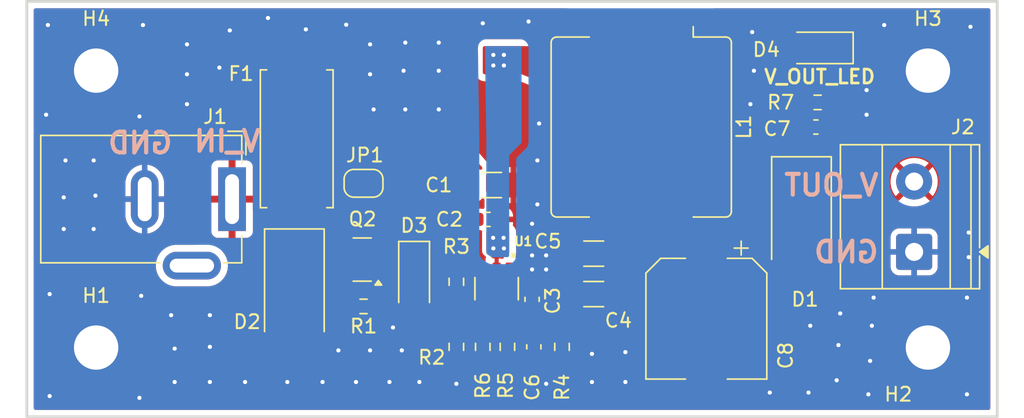
<source format=kicad_pcb>
(kicad_pcb (version 20241229) (generator "pcbnew") (generator_version "9.0")
  (layers (0 "F.Cu" signal) (2 "B.Cu" signal) (13 "F.Paste" user) (15 "B.Paste" user) (5 "F.SilkS" user "F.Silkscreen") (7 "B.SilkS" user "B.Silkscreen") (1 "F.Mask" user) (3 "B.Mask" user) (25 "Edge.Cuts" user))
  (net 0 "")
  (net 1 "GND")
  (net 2 "VDD")
  (net 3 "Net-(U1-SW)")
  (net 4 "Net-(U1-BOOT)")
  (net 5 "+8.5V")
  (net 6 "/FB_")
  (net 7 "Net-(C6-Pad1)")
  (net 8 "Net-(D2-A1)")
  (net 9 "Net-(D3-A)")
  (net 10 "Net-(D4-A)")
  (net 12 "Net-(U1-EN)")
  (net 13 "Net-(F1-Pad1)")
  (footprint "Connector_BarrelJack:BarrelJack_GCT_DCJ200-10-A_Horizontal" (layer "F.Cu") (at 109.805 89.281 -90)
    (property "Reference" "J1" (at -5.954 1.22 0) (layer "F.SilkS"))
    (property "Value" "Barrel_Jack_Switch")
    (fp_line (start -4.6 13.8) (end -4.6 -0.7) (stroke (width 0.12)) (layer "F.SilkS"))
    (fp_line (start 4.6 13.8) (end -4.6 13.8) (stroke (width 0.12)) (layer "F.SilkS"))
    (fp_line (start 4.6 5.2) (end 4.6 13.8) (stroke (width 0.12)) (layer "F.SilkS"))
    (fp_line (start -4.6 -0.7) (end -2.6 -0.7) (stroke (width 0.12)) (layer "F.SilkS"))
    (fp_line (start 2.6 -0.7) (end 4.6 -0.7) (stroke (width 0.12)) (layer "F.SilkS"))
    (fp_line (start 4.6 -0.7) (end 4.6 0.6) (stroke (width 0.12)) (layer "F.SilkS"))
    (fp_line (start -4.9 -1) (end -4.9 0.3) (stroke (width 0.12)) (layer "F.SilkS"))
    (fp_line (start -3.2 -1) (end -4.9 -1) (stroke (width 0.12)) (layer "F.SilkS"))
    (pad "1" thru_hole rect (at 0 0 270) (size 4.6 2) (drill oval 3.6 1) (layers "*.Cu" "*.Mask") (net 13 "Net-(F1-Pad1)"))
    (pad "2" thru_hole oval (at 0 6.3 270) (size 4.2 2) (drill oval 3.2 1) (layers "*.Cu" "*.Mask") (net 1 "GND"))
    (pad "3" thru_hole oval (at 4.8 2.9 270) (size 2 4.2) (drill oval 1 3.2) (layers "*.Cu" "*.Mask"))
  )
  (footprint "Resistor_SMD:R_0603_1608Metric_Pad0.98x0.95mm_HandSolder" (layer "F.Cu") (at 129.667 99.949 90)
    (property "Reference" "R5" (at -2.794 -0.127 90) (layer "F.SilkS"))
    (property "Value" "100k")
    (fp_line (start -0.254724 -0.5225) (end 0.254724 -0.5225) (stroke (width 0.12)) (layer "F.SilkS"))
    (fp_line (start -0.254724 0.5225) (end 0.254724 0.5225) (stroke (width 0.12)) (layer "F.SilkS"))
    (pad "1" smd roundrect (at -0.9125 0 90) (size 0.975 0.95) (layers "F.Cu" "F.Mask" "F.Paste") (net 7 "Net-(C6-Pad1)"))
    (pad "2" smd roundrect (at 0.9125 0 90) (size 0.975 0.95) (layers "F.Cu" "F.Mask" "F.Paste") (net 6 "/FB_"))
  )
  (footprint "Resistor_SMD:R_0603_1608Metric_Pad0.98x0.95mm_HandSolder" (layer "F.Cu") (at 152.0425 82.296)
    (property "Reference" "R7" (at -2.667 0 0) (layer "F.SilkS"))
    (property "Value" "670")
    (fp_line (start -0.254724 -0.5225) (end 0.254724 -0.5225) (stroke (width 0.12)) (layer "F.SilkS"))
    (fp_line (start -0.254724 0.5225) (end 0.254724 0.5225) (stroke (width 0.12)) (layer "F.SilkS"))
    (pad "1" smd roundrect (at -0.9125 0) (size 0.975 0.95) (layers "F.Cu" "F.Mask" "F.Paste") (net 5 "+8.5V"))
    (pad "2" smd roundrect (at 0.9125 0) (size 0.975 0.95) (layers "F.Cu" "F.Mask" "F.Paste") (net 10 "Net-(D4-A)"))
  )
  (footprint "Capacitor_SMD:CP_Elec_8x10.5" (layer "F.Cu") (at 144.018 97.917 -90)
    (property "Reference" "C8" (at 2.667 -5.715 90) (layer "F.SilkS"))
    (property "Value" "100uF")
    (fp_line (start -3.295563 4.36) (end 4.36 4.36) (stroke (width 0.12)) (layer "F.SilkS"))
    (fp_line (start 4.36 4.36) (end 4.36 1.51) (stroke (width 0.12)) (layer "F.SilkS"))
    (fp_line (start -4.36 3.295563) (end -3.295563 4.36) (stroke (width 0.12)) (layer "F.SilkS"))
    (fp_line (start -4.36 3.295563) (end -4.36 1.51) (stroke (width 0.12)) (layer "F.SilkS"))
    (fp_line (start -5.6 -2.51) (end -4.6 -2.51) (stroke (width 0.12)) (layer "F.SilkS"))
    (fp_line (start -5.1 -3.01) (end -5.1 -2.01) (stroke (width 0.12)) (layer "F.SilkS"))
    (fp_line (start -4.36 -3.295563) (end -4.36 -1.51) (stroke (width 0.12)) (layer "F.SilkS"))
    (fp_line (start -4.36 -3.295563) (end -3.295563 -4.36) (stroke (width 0.12)) (layer "F.SilkS"))
    (fp_line (start -3.295563 -4.36) (end 4.36 -4.36) (stroke (width 0.12)) (layer "F.SilkS"))
    (fp_line (start 4.36 -4.36) (end 4.36 -1.51) (stroke (width 0.12)) (layer "F.SilkS"))
    (pad "1" smd roundrect (at -3.7 0 270) (size 4.4 2.5) (layers "F.Cu" "F.Mask" "F.Paste") (roundrect_rratio 0.1) (net 5 "+8.5V"))
    (pad "2" smd roundrect (at 3.7 0 270) (size 4.4 2.5) (layers "F.Cu" "F.Mask" "F.Paste") (roundrect_rratio 0.1) (net 1 "GND"))
  )
  (footprint "Resistor_SMD:R_0603_1608Metric_Pad0.98x0.95mm_HandSolder" (layer "F.Cu") (at 125.984 99.949 -90)
    (property "Reference" "R2" (at 0.762 1.778 0) (layer "F.SilkS"))
    (property "Value" "105k")
    (fp_line (start -0.254724 0.5225) (end 0.254724 0.5225) (stroke (width 0.12)) (layer "F.SilkS"))
    (fp_line (start -0.254724 -0.5225) (end 0.254724 -0.5225) (stroke (width 0.12)) (layer "F.SilkS"))
    (pad "1" smd roundrect (at -0.9125 0 270) (size 0.975 0.95) (layers "F.Cu" "F.Mask" "F.Paste") (net 12 "Net-(U1-EN)"))
    (pad "2" smd roundrect (at 0.9125 0 270) (size 0.975 0.95) (layers "F.Cu" "F.Mask" "F.Paste") (net 1 "GND"))
  )
  (footprint "Resistor_SMD:R_0603_1608Metric_Pad0.98x0.95mm_HandSolder" (layer "F.Cu") (at 127.889 99.949 -90)
    (property "Reference" "R6" (at 2.794 0 90) (layer "F.SilkS"))
    (property "Value" "7.5k")
    (fp_line (start -0.254724 0.5225) (end 0.254724 0.5225) (stroke (width 0.12)) (layer "F.SilkS"))
    (fp_line (start -0.254724 -0.5225) (end 0.254724 -0.5225) (stroke (width 0.12)) (layer "F.SilkS"))
    (pad "1" smd roundrect (at -0.9125 0 270) (size 0.975 0.95) (layers "F.Cu" "F.Mask" "F.Paste") (net 6 "/FB_"))
    (pad "2" smd roundrect (at 0.9125 0 270) (size 0.975 0.95) (layers "F.Cu" "F.Mask" "F.Paste") (net 1 "GND"))
  )
  (footprint "Resistor_SMD:R_0603_1608Metric_Pad0.98x0.95mm_HandSolder" (layer "F.Cu") (at 125.984 95.25 -90)
    (property "Reference" "R3" (at -2.54 0 0) (layer "F.SilkS"))
    (property "Value" "470k")
    (fp_line (start -0.254724 0.5225) (end 0.254724 0.5225) (stroke (width 0.12)) (layer "F.SilkS"))
    (fp_line (start -0.254724 -0.5225) (end 0.254724 -0.5225) (stroke (width 0.12)) (layer "F.SilkS"))
    (pad "1" smd roundrect (at -0.9125 0 270) (size 0.975 0.95) (layers "F.Cu" "F.Mask" "F.Paste") (net 2 "VDD"))
    (pad "2" smd roundrect (at 0.9125 0 270) (size 0.975 0.95) (layers "F.Cu" "F.Mask" "F.Paste") (net 12 "Net-(U1-EN)"))
  )
  (footprint "MountingHole:MountingHole_3.2mm_M3_DIN965_Pad_TopBottom" (layer "F.Cu") (at 100 80)
    (property "Reference" "H4" (at 0 -3.75 0) (layer "F.SilkS"))
    (property "Value" "MountingHole_Pad")
    (pad "1" thru_hole circle (at 0 0) (size 3.6 3.6) (drill 3.2) (layers "*.Cu" "*.Mask") (net 1 "GND"))
    (pad "1" connect circle (at 0 0) (size 5.6 5.6) (layers "F.Cu" "F.Mask") (net 1 "GND"))
    (pad "1" connect circle (at 0 0) (size 5.6 5.6) (layers "B.Cu" "B.Mask") (net 1 "GND"))
  )
  (footprint "Inductor_SMD:L_Bourns_SRR1208_12.7x12.7mm" (layer "F.Cu") (at 139.319 84.074 -90)
    (property "Reference" "L1" (at 0 -7.4 90) (layer "F.SilkS"))
    (property "Value" "15uH")
    (fp_line (start 6.1 6.5) (end -6.1 6.5) (stroke (width 0.12)) (layer "F.SilkS"))
    (fp_line (start -6.5 3.75) (end -6.5 6.1) (stroke (width 0.12)) (layer "F.SilkS"))
    (fp_line (start 6.5 3.75) (end 6.5 6.1) (stroke (width 0.12)) (layer "F.SilkS"))
    (fp_line (start -6.5 -3.75) (end -7.25 -3.75) (stroke (width 0.12)) (layer "F.SilkS"))
    (fp_line (start -6.5 -6.1) (end -6.5 -3.75) (stroke (width 0.12)) (layer "F.SilkS"))
    (fp_line (start 6.5 -6.1) (end 6.5 -3.75) (stroke (width 0.12)) (layer "F.SilkS"))
    (fp_line (start -6.1 -6.5) (end 6.1 -6.5) (stroke (width 0.12)) (layer "F.SilkS"))
    (fp_arc (start -6.1 6.5) (mid -6.382843 6.382843) (end -6.5 6.1) (stroke (width 0.12)) (layer "F.SilkS"))
    (fp_arc (start 6.5 6.1) (mid 6.382843 6.382843) (end 6.1 6.5) (stroke (width 0.12)) (layer "F.SilkS"))
    (fp_arc (start -6.5 -6.1) (mid -6.382843 -6.382843) (end -6.1 -6.5) (stroke (width 0.12)) (layer "F.SilkS"))
    (fp_arc (start 6.1 -6.5) (mid 6.382843 -6.382843) (end 6.5 -6.1) (stroke (width 0.12)) (layer "F.SilkS"))
    (pad "1" smd rect (at -5 0 270) (size 4 7) (layers "F.Cu" "F.Mask" "F.Paste") (net 3 "Net-(U1-SW)"))
    (pad "2" smd rect (at 5 0 270) (size 4 7) (layers "F.Cu" "F.Mask" "F.Paste") (net 5 "+8.5V"))
  )
  (footprint "Capacitor_SMD:C_1206_3216Metric_Pad1.33x1.80mm_HandSolder" (layer "F.Cu") (at 135.89 96.139 180)
    (property "Reference" "C4" (at -1.778 -1.905 0) (layer "F.SilkS"))
    (property "Value" "22uF")
    (fp_line (start -0.711252 0.91) (end 0.711252 0.91) (stroke (width 0.12)) (layer "F.SilkS"))
    (fp_line (start -0.711252 -0.91) (end 0.711252 -0.91) (stroke (width 0.12)) (layer "F.SilkS"))
    (pad "1" smd roundrect (at -1.5625 0 180) (size 1.325 1.8) (layers "F.Cu" "F.Mask" "F.Paste") (roundrect_rratio 0.188679) (net 5 "+8.5V"))
    (pad "2" smd roundrect (at 1.5625 0 180) (size 1.325 1.8) (layers "F.Cu" "F.Mask" "F.Paste") (roundrect_rratio 0.188679) (net 1 "GND"))
  )
  (footprint "Diode_SMD:D_SMB_Handsoldering" (layer "F.Cu") (at 150.876 90.932 -90)
    (property "Reference" "D1" (at 5.588 -0.254 0) (layer "F.SilkS"))
    (property "Value" "SM6T10CA")
    (fp_line (start -4.71 2.15) (end 2.7 2.15) (stroke (width 0.12)) (layer "F.SilkS"))
    (fp_line (start -4.71 -2.15) (end -4.71 2.15) (stroke (width 0.12)) (layer "F.SilkS"))
    (fp_line (start -4.71 -2.15) (end 2.7 -2.15) (stroke (width 0.12)) (layer "F.SilkS"))
    (pad "1" smd roundrect (at -2.7 0 270) (size 3.5 2.3) (layers "F.Cu" "F.Mask" "F.Paste") (roundrect_rratio 0.1086956522) (net 5 "+8.5V"))
    (pad "2" smd roundrect (at 2.7 0 270) (size 3.5 2.3) (layers "F.Cu" "F.Mask" "F.Paste") (roundrect_rratio 0.1086956522) (net 1 "GND"))
  )
  (footprint "Capacitor_SMD:C_0603_1608Metric_Pad1.08x0.95mm_HandSolder" (layer "F.Cu") (at 128.27 90.744)
    (property "Reference" "C2" (at -2.794 0 0) (layer "F.SilkS"))
    (property "Value" "0.1uF")
    (fp_line (start -0.146267 -0.51) (end 0.146267 -0.51) (stroke (width 0.12)) (layer "F.SilkS"))
    (fp_line (start -0.146267 0.51) (end 0.146267 0.51) (stroke (width 0.12)) (layer "F.SilkS"))
    (pad "1" smd roundrect (at -0.8625 0) (size 1.075 0.95) (layers "F.Cu" "F.Mask" "F.Paste") (net 2 "VDD"))
    (pad "2" smd roundrect (at 0.8625 0) (size 1.075 0.95) (layers "F.Cu" "F.Mask" "F.Paste") (net 1 "GND"))
  )
  (footprint "Capacitor_SMD:C_0603_1608Metric_Pad1.08x0.95mm_HandSolder" (layer "F.Cu") (at 131.572 99.949 90)
    (property "Reference" "C6" (at -2.921 -0.127 90) (layer "F.SilkS"))
    (property "Value" "75pF")
    (fp_line (start -0.146267 -0.51) (end 0.146267 -0.51) (stroke (width 0.12)) (layer "F.SilkS"))
    (fp_line (start -0.146267 0.51) (end 0.146267 0.51) (stroke (width 0.12)) (layer "F.SilkS"))
    (pad "1" smd roundrect (at -0.8625 0 90) (size 1.075 0.95) (layers "F.Cu" "F.Mask" "F.Paste") (net 7 "Net-(C6-Pad1)"))
    (pad "2" smd roundrect (at 0.8625 0 90) (size 1.075 0.95) (layers "F.Cu" "F.Mask" "F.Paste") (net 6 "/FB_"))
  )
  (footprint "Diode_SMD:D_SMB_Handsoldering" (layer "F.Cu") (at 114.3 96.146 -90)
    (property "Reference" "D2" (at 1.994484 3.410141 180) (layer "F.SilkS"))
    (property "Value" "1.5SMB20CA-LF")
    (fp_line (start -4.71 2.15) (end 2.7 2.15) (stroke (width 0.12)) (layer "F.SilkS"))
    (fp_line (start -4.71 -2.15) (end -4.71 2.15) (stroke (width 0.12)) (layer "F.SilkS"))
    (fp_line (start -4.71 -2.15) (end 2.7 -2.15) (stroke (width 0.12)) (layer "F.SilkS"))
    (pad "1" smd roundrect (at -2.7 0 270) (size 3.5 2.3) (layers "F.Cu" "F.Mask" "F.Paste") (roundrect_rratio 0.1086956522) (net 8 "Net-(D2-A1)"))
    (pad "2" smd roundrect (at 2.7 0 270) (size 3.5 2.3) (layers "F.Cu" "F.Mask" "F.Paste") (roundrect_rratio 0.1086956522) (net 1 "GND"))
  )
  (footprint "Diode_SMD:D_MiniMELF" (layer "F.Cu") (at 122.936 94.996 -90)
    (property "Reference" "D3" (at -3.81 0 180) (layer "F.SilkS"))
    (property "Value" "ZMM3.3-DIO")
    (fp_line (start -2.66 1.11) (end 1.75 1.11) (stroke (width 0.12)) (layer "F.SilkS"))
    (fp_line (start -2.66 -1.11) (end -2.66 1.11) (stroke (width 0.12)) (layer "F.SilkS"))
    (fp_line (start 1.75 -1.11) (end -2.66 -1.11) (stroke (width 0.12)) (layer "F.SilkS"))
    (pad "1" smd roundrect (at -1.75 0 270) (size 1.3 1.7) (layers "F.Cu" "F.Mask" "F.Paste") (roundrect_rratio 0.1923076923) (net 2 "VDD"))
    (pad "2" smd roundrect (at 1.75 0 270) (size 1.3 1.7) (layers "F.Cu" "F.Mask" "F.Paste") (roundrect_rratio 0.1923076923) (net 9 "Net-(D3-A)"))
  )
  (footprint "MountingHole:MountingHole_3.2mm_M3_DIN965_Pad_TopBottom" (layer "F.Cu") (at 100 100)
    (property "Reference" "H1" (at 0 -3.75 0) (layer "F.SilkS"))
    (property "Value" "MountingHole_Pad")
    (pad "1" thru_hole circle (at 0 0) (size 3.6 3.6) (drill 3.2) (layers "*.Cu" "*.Mask") (net 1 "GND"))
    (pad "1" connect circle (at 0 0) (size 5.6 5.6) (layers "F.Cu" "F.Mask") (net 1 "GND"))
    (pad "1" connect circle (at 0 0) (size 5.6 5.6) (layers "B.Cu" "B.Mask") (net 1 "GND"))
  )
  (footprint "LED_SMD:LED_1206_3216Metric_Pad1.42x1.75mm_HandSolder" (layer "F.Cu") (at 152.146 78.359 180)
    (property "Reference" "D4" (at 3.81 -0.127 0) (layer "F.SilkS"))
    (property "Value" "LED")
    (fp_line (start 1.6 -1.135) (end -2.46 -1.135) (stroke (width 0.12)) (layer "F.SilkS"))
    (fp_line (start -2.46 1.135) (end 1.6 1.135) (stroke (width 0.12)) (layer "F.SilkS"))
    (fp_line (start -2.46 -1.135) (end -2.46 1.135) (stroke (width 0.12)) (layer "F.SilkS"))
    (pad "1" smd roundrect (at -1.4875 0 180) (size 1.425 1.75) (layers "F.Cu" "F.Mask" "F.Paste") (roundrect_rratio 0.175439) (net 1 "GND"))
    (pad "2" smd roundrect (at 1.4875 0 180) (size 1.425 1.75) (layers "F.Cu" "F.Mask" "F.Paste") (roundrect_rratio 0.175439) (net 10 "Net-(D4-A)"))
  )
  (footprint "BW-footprints-library:SOT95P280X110-6N" (layer "F.Cu") (at 128.888 95.744 -90)
    (property "Reference" "U1" (at -3.415 -1.922 0) (layer "F.SilkS") (effects (font (size 0.64 0.64))))
    (property "Value" "TPS54202DDCR")
    (fp_line (start -0.8 1.565) (end 0.8 1.565) (stroke (width 0.127)) (layer "F.SilkS"))
    (fp_line (start -0.8 -1.565) (end 0.8 -1.565) (stroke (width 0.127)) (layer "F.SilkS"))
    (fp_circle (center -2.4 -1.2) (end -2.3 -1.2) (stroke (width 0.2)) (fill no) (layer "F.SilkS"))
    (pad "1" smd roundrect (at -1.155 -0.95 270) (size 1.45 0.59) (layers "F.Cu" "F.Mask" "F.Paste") (roundrect_rratio 0.125) (net 1 "GND"))
    (pad "2" smd roundrect (at -1.155 0 270) (size 1.45 0.59) (layers "F.Cu" "F.Mask" "F.Paste") (roundrect_rratio 0.125) (net 3 "Net-(U1-SW)"))
    (pad "3" smd roundrect (at -1.155 0.95 270) (size 1.45 0.59) (layers "F.Cu" "F.Mask" "F.Paste") (roundrect_rratio 0.125) (net 2 "VDD"))
    (pad "4" smd roundrect (at 1.155 0.95 270) (size 1.45 0.59) (layers "F.Cu" "F.Mask" "F.Paste") (roundrect_rratio 0.125) (net 6 "/FB_"))
    (pad "5" smd roundrect (at 1.155 0 270) (size 1.45 0.59) (layers "F.Cu" "F.Mask" "F.Paste") (roundrect_rratio 0.125) (net 12 "Net-(U1-EN)"))
    (pad "6" smd roundrect (at 1.155 -0.95 270) (size 1.45 0.59) (layers "F.Cu" "F.Mask" "F.Paste") (roundrect_rratio 0.125) (net 4 "Net-(U1-BOOT)"))
  )
  (footprint "MountingHole:MountingHole_3.2mm_M3_DIN965_Pad_TopBottom" (layer "F.Cu") (at 160 80)
    (property "Reference" "H3" (at 0 -3.75 0) (layer "F.SilkS"))
    (property "Value" "MountingHole_Pad")
    (pad "1" thru_hole circle (at 0 0) (size 3.6 3.6) (drill 3.2) (layers "*.Cu" "*.Mask") (net 1 "GND"))
    (pad "1" connect circle (at 0 0) (size 5.6 5.6) (layers "F.Cu" "F.Mask") (net 1 "GND"))
    (pad "1" connect circle (at 0 0) (size 5.6 5.6) (layers "B.Cu" "B.Mask") (net 1 "GND"))
  )
  (footprint "Fuse:Fuseholder_Littelfuse_Nano2_154x" (layer "F.Cu") (at 114.469097 84.922668 -90)
    (property "Reference" "F1" (at -4.696914 4.01579 0) (layer "F.SilkS"))
    (property "Value" "Fuse")
    (fp_line (start -4.975 2.625) (end 4.975 2.625) (stroke (width 0.12)) (layer "F.SilkS"))
    (fp_line (start 4.975 2.625) (end 4.975 2.165) (stroke (width 0.12)) (layer "F.SilkS"))
    (fp_line (start -4.975 2.165) (end -4.975 2.625) (stroke (width 0.12)) (layer "F.SilkS"))
    (fp_line (start -4.975 -2.625) (end -4.975 -2.165) (stroke (width 0.12)) (layer "F.SilkS"))
    (fp_line (start -4.975 -2.625) (end 4.975 -2.625) (stroke (width 0.12)) (layer "F.SilkS"))
    (fp_line (start 4.975 -2.625) (end 4.975 -2.165) (stroke (width 0.12)) (layer "F.SilkS"))
    (pad "1" smd rect (at -3.185 0 270) (size 4.24 3.81) (layers "F.Cu" "F.Mask" "F.Paste") (net 13 "Net-(F1-Pad1)"))
    (pad "2" smd rect (at 3.185 0 270) (size 4.24 3.81) (layers "F.Cu" "F.Mask" "F.Paste") (net 8 "Net-(D2-A1)"))
  )
  (footprint "MountingHole:MountingHole_3.2mm_M3_DIN965_Pad_TopBottom" (layer "F.Cu") (at 160 100)
    (property "Reference" "H2" (at -2.139 3.378 0) (layer "F.SilkS"))
    (property "Value" "MountingHole_Pad")
    (pad "1" thru_hole circle (at 0 0) (size 3.6 3.6) (drill 3.2) (layers "*.Cu" "*.Mask") (net 1 "GND"))
    (pad "1" connect circle (at 0 0) (size 5.6 5.6) (layers "F.Cu" "F.Mask") (net 1 "GND"))
    (pad "1" connect circle (at 0 0) (size 5.6 5.6) (layers "B.Cu" "B.Mask") (net 1 "GND"))
  )
  (footprint "Jumper:SolderJumper-2_P1.3mm_Open_RoundedPad1.0x1.5mm" (layer "F.Cu") (at 119.28856 88.138)
    (property "Reference" "JP1" (at 0.09144 -2.032 0) (layer "F.SilkS"))
    (property "Value" "SolderJumper_2_Open")
    (fp_line (start -1.4 0.3) (end -1.4 -0.3) (stroke (width 0.12)) (layer "F.SilkS"))
    (fp_line (start -0.7 -1) (end 0.7 -1) (stroke (width 0.12)) (layer "F.SilkS"))
    (fp_line (start 0.7 1) (end -0.7 1) (stroke (width 0.12)) (layer "F.SilkS"))
    (fp_line (start 1.4 -0.3) (end 1.4 0.3) (stroke (width 0.12)) (layer "F.SilkS"))
    (fp_arc (start -1.4 -0.3) (mid -1.194975 -0.794975) (end -0.7 -1) (stroke (width 0.12)) (layer "F.SilkS"))
    (fp_arc (start -0.7 1) (mid -1.194975 0.794975) (end -1.4 0.3) (stroke (width 0.12)) (layer "F.SilkS"))
    (fp_arc (start 0.7 -1) (mid 1.194975 -0.794975) (end 1.4 -0.3) (stroke (width 0.12)) (layer "F.SilkS"))
    (fp_arc (start 1.4 0.3) (mid 1.194975 0.794975) (end 0.7 1) (stroke (width 0.12)) (layer "F.SilkS"))
    (pad "1" smd custom (at -0.65 0) (size 1 0.5) (layers "F.Cu" "F.Mask") (net 8 "Net-(D2-A1)") (options (clearance outline) (anchor rect)) (primitives (gr_circle (center 0 0.25) (end 0.5 0.25) (width 0) (fill yes)) (gr_circle (center 0 -0.25) (end 0.5 -0.25) (width 0) (fill yes)) (gr_poly (pts (xy 0.5 0.75) (xy 0 0.75) (xy 0 -0.75) (xy 0.5 -0.75)) (width 0) (fill yes))))
    (pad "2" smd custom (at 0.65 0) (size 1 0.5) (layers "F.Cu" "F.Mask") (net 2 "VDD") (options (clearance outline) (anchor rect)) (primitives (gr_circle (center 0 0.25) (end 0.5 0.25) (width 0) (fill yes)) (gr_circle (center 0 -0.25) (end 0.5 -0.25) (width 0) (fill yes)) (gr_poly (pts (xy 0 0.75) (xy -0.5 0.75) (xy -0.5 -0.75) (xy 0 -0.75)) (width 0) (fill yes))))
  )
  (footprint "Resistor_SMD:R_0603_1608Metric_Pad0.98x0.95mm_HandSolder" (layer "F.Cu") (at 119.28856 97.028 180)
    (property "Reference" "R1" (at 0 -1.43 0) (layer "F.SilkS"))
    (property "Value" "100k")
    (fp_line (start -0.254724 0.5225) (end 0.254724 0.5225) (stroke (width 0.12)) (layer "F.SilkS"))
    (fp_line (start -0.254724 -0.5225) (end 0.254724 -0.5225) (stroke (width 0.12)) (layer "F.SilkS"))
    (pad "1" smd roundrect (at -0.9125 0 180) (size 0.975 0.95) (layers "F.Cu" "F.Mask" "F.Paste") (net 9 "Net-(D3-A)"))
    (pad "2" smd roundrect (at 0.9125 0 180) (size 0.975 0.95) (layers "F.Cu" "F.Mask" "F.Paste") (net 1 "GND"))
  )
  (footprint "Capacitor_SMD:C_0603_1608Metric_Pad1.08x0.95mm_HandSolder" (layer "F.Cu") (at 131.445 96.52 90)
    (property "Reference" "C3" (at -0.10475 1.484641 90) (layer "F.SilkS"))
    (property "Value" "0.1uF")
    (fp_line (start -0.146267 -0.51) (end 0.146267 -0.51) (stroke (width 0.12)) (layer "F.SilkS"))
    (fp_line (start -0.146267 0.51) (end 0.146267 0.51) (stroke (width 0.12)) (layer "F.SilkS"))
    (pad "1" smd roundrect (at -0.8625 0 90) (size 1.075 0.95) (layers "F.Cu" "F.Mask" "F.Paste") (net 4 "Net-(U1-BOOT)"))
    (pad "2" smd roundrect (at 0.8625 0 90) (size 1.075 0.95) (layers "F.Cu" "F.Mask" "F.Paste") (net 3 "Net-(U1-SW)"))
  )
  (footprint "Capacitor_SMD:C_1206_3216Metric_Pad1.33x1.80mm_HandSolder" (layer "F.Cu") (at 135.89 93.218 180)
    (property "Reference" "C5" (at 3.302 0.889 0) (layer "F.SilkS"))
    (property "Value" "22uF")
    (fp_line (start -0.711252 0.91) (end 0.711252 0.91) (stroke (width 0.12)) (layer "F.SilkS"))
    (fp_line (start -0.711252 -0.91) (end 0.711252 -0.91) (stroke (width 0.12)) (layer "F.SilkS"))
    (pad "1" smd roundrect (at -1.5625 0 180) (size 1.325 1.8) (layers "F.Cu" "F.Mask" "F.Paste") (roundrect_rratio 0.188679) (net 5 "+8.5V"))
    (pad "2" smd roundrect (at 1.5625 0 180) (size 1.325 1.8) (layers "F.Cu" "F.Mask" "F.Paste") (roundrect_rratio 0.188679) (net 1 "GND"))
  )
  (footprint "TerminalBlock_Phoenix:TerminalBlock_Phoenix_MKDS-1,5-2-5.08_1x02_P5.08mm_Horizontal" (layer "F.Cu") (at 159.004 93.091 90)
    (property "Reference" "J2" (at 9.017 3.5105 180) (layer "F.SilkS"))
    (property "Value" "Screw_Terminal_01x02")
    (fp_line (start 7.74 -5.32) (end 7.74 4.72) (stroke (width 0.12)) (layer "F.SilkS"))
    (fp_line (start -2.66 -5.32) (end 7.74 -5.32) (stroke (width 0.12)) (layer "F.SilkS"))
    (fp_line (start -2.66 -2.3) (end 7.74 -2.3) (stroke (width 0.12)) (layer "F.SilkS"))
    (fp_line (start -2.66 2.6) (end 7.74 2.6) (stroke (width 0.12)) (layer "F.SilkS"))
    (fp_line (start -2.66 4.1) (end 7.74 4.1) (stroke (width 0.12)) (layer "F.SilkS"))
    (fp_line (start 7.74 4.72) (end 0.3 4.72) (stroke (width 0.12)) (layer "F.SilkS"))
    (fp_line (start -0.3 4.72) (end -2.66 4.72) (stroke (width 0.12)) (layer "F.SilkS"))
    (fp_line (start -2.66 4.72) (end -2.66 -5.32) (stroke (width 0.12)) (layer "F.SilkS"))
    (fp_poly (pts (xy 0 4.72) (xy 0.44 5.33) (xy -0.44 5.33)) (stroke (width 0.12)) (fill yes) (layer "F.SilkS"))
    (pad "1" thru_hole roundrect (at 0 0 90) (size 2.6 2.6) (drill 1.3) (layers "*.Cu" "*.Mask") (roundrect_rratio 0.096154) (net 1 "GND"))
    (pad "2" thru_hole circle (at 5.08 0 90) (size 2.6 2.6) (drill 1.3) (layers "*.Cu" "*.Mask") (net 5 "+8.5V"))
  )
  (footprint "Package_TO_SOT_SMD:SOT-23" (layer "F.Cu") (at 119.19256 93.646 180)
    (property "Reference" "Q2" (at -0.021585 2.92199 0) (layer "F.SilkS"))
    (property "Value" "MMFTP3401")
    (fp_line (start 0 1.56) (end 0.65 1.56) (stroke (width 0.12)) (layer "F.SilkS"))
    (fp_line (start 0 1.56) (end -0.65 1.56) (stroke (width 0.12)) (layer "F.SilkS"))
    (fp_line (start 0 -1.56) (end 0.65 -1.56) (stroke (width 0.12)) (layer "F.SilkS"))
    (fp_line (start 0 -1.56) (end -0.65 -1.56) (stroke (width 0.12)) (layer "F.SilkS"))
    (fp_poly (pts (xy -1.1625 -1.51) (xy -1.4025 -1.84) (xy -0.9225 -1.84)) (stroke (width 0.12)) (fill yes) (layer "F.SilkS"))
    (pad "1" smd roundrect (at -0.9375 -0.95 180) (size 1.475 0.6) (layers "F.Cu" "F.Mask" "F.Paste") (net 9 "Net-(D3-A)"))
    (pad "2" smd roundrect (at -0.9375 0.95 180) (size 1.475 0.6) (layers "F.Cu" "F.Mask" "F.Paste") (net 2 "VDD"))
    (pad "3" smd roundrect (at 0.9375 0 180) (size 1.475 0.6) (layers "F.Cu" "F.Mask" "F.Paste") (net 8 "Net-(D2-A1)"))
  )
  (footprint "Capacitor_SMD:C_1206_3216Metric_Pad1.33x1.80mm_HandSolder" (layer "F.Cu") (at 128.524 88.265)
    (property "Reference" "C1" (at -3.81 0 0) (layer "F.SilkS"))
    (property "Value" "10uF")
    (fp_line (start -0.711252 -0.91) (end 0.711252 -0.91) (stroke (width 0.12)) (layer "F.SilkS"))
    (fp_line (start -0.711252 0.91) (end 0.711252 0.91) (stroke (width 0.12)) (layer "F.SilkS"))
    (pad "1" smd roundrect (at -1.5625 0) (size 1.325 1.8) (layers "F.Cu" "F.Mask" "F.Paste") (roundrect_rratio 0.188679) (net 2 "VDD"))
    (pad "2" smd roundrect (at 1.5625 0) (size 1.325 1.8) (layers "F.Cu" "F.Mask" "F.Paste") (roundrect_rratio 0.188679) (net 1 "GND"))
  )
  (footprint "Capacitor_SMD:C_0603_1608Metric_Pad1.08x0.95mm_HandSolder" (layer "F.Cu") (at 151.9155 84.074)
    (property "Reference" "C7" (at -2.794 0.127 0) (layer "F.SilkS"))
    (property "Value" "0.1uF")
    (fp_line (start -0.146267 -0.51) (end 0.146267 -0.51) (stroke (width 0.12)) (layer "F.SilkS"))
    (fp_line (start -0.146267 0.51) (end 0.146267 0.51) (stroke (width 0.12)) (layer "F.SilkS"))
    (pad "1" smd roundrect (at -0.8625 0) (size 1.075 0.95) (layers "F.Cu" "F.Mask" "F.Paste") (net 5 "+8.5V"))
    (pad "2" smd roundrect (at 0.8625 0) (size 1.075 0.95) (layers "F.Cu" "F.Mask" "F.Paste") (net 1 "GND"))
  )
  (footprint "Resistor_SMD:R_0603_1608Metric_Pad0.98x0.95mm_HandSolder" (layer "F.Cu") (at 133.604 99.949 -90)
    (property "Reference" "R4" (at 2.921 0 90) (layer "F.SilkS"))
    (property "Value" "49.9")
    (fp_line (start -0.254724 0.5225) (end 0.254724 0.5225) (stroke (width 0.12)) (layer "F.SilkS"))
    (fp_line (start -0.254724 -0.5225) (end 0.254724 -0.5225) (stroke (width 0.12)) (layer "F.SilkS"))
    (pad "1" smd roundrect (at -0.9125 0 270) (size 0.975 0.95) (layers "F.Cu" "F.Mask" "F.Paste") (net 5 "+8.5V"))
    (pad "2" smd roundrect (at 0.9125 0 270) (size 0.975 0.95) (layers "F.Cu" "F.Mask" "F.Paste") (net 7 "Net-(C6-Pad1)"))
  )
  (gr_rect (start 95 75) (end 165 105) (stroke (width 0.2)) (fill no) (layer "Edge.Cuts"))
  (gr_text "V_OUT_LED" (at 148.082 81.026 0) (layer "F.SilkS") (effects (font (size 1 1) (thickness 0.2)) (justify left bottom)))
  (gr_text "V_OUT" (at 156.591 89.154 0) (layer "B.SilkS") (effects (font (size 1.5 1.5) (thickness 0.3)) (justify left bottom mirror)))
  (gr_text "V_IN" (at 112.014 85.979 0) (layer "B.SilkS") (effects (font (size 1.5 1.5) (thickness 0.3)) (justify left bottom mirror)))
  (gr_text "GND" (at 156.591 93.98 0) (layer "B.SilkS") (effects (font (size 1.5 1.5) (thickness 0.3)) (justify left bottom mirror)))
  (gr_text "GND" (at 105.664 86.106 0) (layer "B.SilkS") (effects (font (size 1.5 1.5) (thickness 0.3)) (justify left bottom mirror)))
  (via (at 109.640414 77.097195) (size 0.6) (drill 0.3) (layers "F.Cu" "B.Cu") (net 1))
  (via (at 127.889 76.581) (size 0.6) (drill 0.3) (layers "F.Cu" "B.Cu") (net 1))
  (via (at 135.763 100.457) (size 0.6) (drill 0.3) (layers "F.Cu" "B.Cu") (net 1))
  (via (at 131.191 76.454) (size 0.6) (drill 0.3) (layers "F.Cu" "B.Cu") (net 1))
  (via (at 96.393 83.185) (size 0.6) (drill 0.3) (layers "F.Cu" "B.Cu") (net 1))
  (via (at 103.378 76.708) (size 0.6) (drill 0.3) (layers "F.Cu" "B.Cu") (net 1))
  (via (at 132.461 102.616) (size 0.6) (drill 0.3) (layers "F.Cu" "B.Cu") (net 1))
  (via (at 106.553 78.105) (size 0.6) (drill 0.3) (layers "F.Cu" "B.Cu") (net 1))
  (via (at 122.174 80.01) (size 0.6) (drill 0.3) (layers "F.Cu" "B.Cu") (net 1))
  (via (at 113.792 102.489) (size 0.6) (drill 0.3) (layers "F.Cu" "B.Cu") (net 1))
  (via (at 121.158 102.489) (size 0.6) (drill 0.3) (layers "F.Cu" "B.Cu") (net 1))
  (via (at 131.445 91.059) (size 0.6) (drill 0.3) (layers "F.Cu" "B.Cu") (net 1))
  (via (at 135.763 102.489) (size 0.6) (drill 0.3) (layers "F.Cu" "B.Cu") (net 1))
  (via (at 106.553 82.423) (size 0.6) (drill 0.3) (layers "F.Cu" "B.Cu") (net 1))
  (via (at 96.52 76.708) (size 0.6) (drill 0.3) (layers "F.Cu" "B.Cu") (net 1))
  (via (at 108.204 97.663) (size 0.6) (drill 0.3) (layers "F.Cu" "B.Cu") (net 1))
  (via (at 97.663 91.44) (size 0.6) (drill 0.3) (layers "F.Cu" "B.Cu") (net 1))
  (via (at 162.941 93.472) (size 0.6) (drill 0.3) (layers "F.Cu" "B.Cu") (net 1))
  (via (at 108.204 102.489) (size 0.6) (drill 0.3) (layers "F.Cu" "B.Cu") (net 1))
  (via (at 108.888868 79.783972) (size 0.6) (drill 0.3) (layers "F.Cu" "B.Cu") (net 1))
  (via (at 118.038941 76.683844) (size 0.6) (drill 0.3) (layers "F.Cu" "B.Cu") (net 1))
  (via (at 151.511 98.425) (size 0.6) (drill 0.3) (layers "F.Cu" "B.Cu") (net 1))
  (via (at 147.32 77.216) (size 0.6) (drill 0.3) (layers "F.Cu" "B.Cu") (net 1))
  (via (at 163.068 76.835) (size 0.6) (drill 0.3) (layers "F.Cu" "B.Cu") (net 1))
  (via (at 122.301 82.804) (size 0.6) (drill 0.3) (layers "F.Cu" "B.Cu") (net 1))
  (via (at 105.664 102.489) (size 0.6) (drill 0.3) (layers "F.Cu" "B.Cu") (net 1))
  (via (at 103.251 96.266) (size 0.6) (drill 0.3) (layers "F.Cu" "B.Cu") (net 1))
  (via (at 120.015 82.804) (size 0.6) (drill 0.3) (layers "F.Cu" "B.Cu") (net 1))
  (via (at 162.814 103.378) (size 0.6) (drill 0.3) (layers "F.Cu" "B.Cu") (net 1))
  (via (at 155.575 83.185) (size 0.6) (drill 0.3) (layers "F.Cu" "B.Cu") (net 1))
  (via (at 131.826 89.662) (size 0.6) (drill 0.3) (layers "F.Cu" "B.Cu") (net 1))
  (via (at 148.59 103.251) (size 0.6) (drill 0.3) (layers "F.Cu" "B.Cu") (net 1))
  (via (at 155.956 98.425) (size 0.6) (drill 0.3) (layers "F.Cu" "B.Cu") (net 1))
  (via (at 124.714 80.01) (size 0.6) (drill 0.3) (layers "F.Cu" "B.Cu") (net 1))
  (via (at 121.412 98.552) (size 0.6) (drill 0.3) (layers "F.Cu" "B.Cu") (net 1))
  (via (at 103.124 103.632) (size 0.6) (drill 0.3) (layers "F.Cu" "B.Cu") (net 1))
  (via (at 124.714 77.978) (size 0.6) (drill 0.3) (layers "F.Cu" "B.Cu") (net 1))
  (via (at 123.317 102.489) (size 0.6) (drill 0.3) (layers "F.Cu" "B.Cu") (net 1))
  (via (at 162.814 96.393) (size 0.6) (drill 0.3) (layers "F.Cu" "B.Cu") (net 1))
  (via (at 132.461 93.345) (size 0.6) (drill 0.3) (layers "F.Cu" "B.Cu") (net 1))
  (via (at 155.829 100.965) (size 0.6) (drill 0.3) (layers "F.Cu" "B.Cu") (net 1))
  (via (at 108.204 99.949) (size 0.6) (drill 0.3) (layers "F.Cu" "B.Cu") (net 1))
  (via (at 156.083 96.393) (size 0.6) (drill 0.3) (layers "F.Cu" "B.Cu") (net 1))
  (via (at 112.395 76.2) (size 0.6) (drill 0.3) (layers "F.Cu" "B.Cu") (net 1))
  (via (at 155.575 81.407) (size 0.6) (drill 0.3) (layers "F.Cu" "B.Cu") (net 1))
  (via (at 99.822 91.44) (size 0.6) (drill 0.3) (layers "F.Cu" "B.Cu") (net 1))
  (via (at 162.941 91.694) (size 0.6) (drill 0.3) (layers "F.Cu" "B.Cu") (net 1))
  (via (at 106.553 80.264) (size 0.6) (drill 0.3) (layers "F.Cu" "B.Cu") (net 1))
  (via (at 117.475 100.203) (size 0.6) (drill 0.3) (layers "F.Cu" "B.Cu") (net 1))
  (via (at 115.1267 77.02204) (size 0.6) (drill 0.3) (layers "F.Cu" "B.Cu") (net 1))
  (via (at 156.845 76.708) (size 0.6) (drill 0.3) (layers "F.Cu" "B.Cu") (net 1))
  (via (at 155.702 103.378) (size 0.6) (drill 0.3) (layers "F.Cu" "B.Cu") (net 1))
  (via (at 122.047 100.203) (size 0.6) (drill 0.3) (layers "F.Cu" "B.Cu") (net 1))
  (via (at 105.664 100.076) (size 0.6) (drill 0.3) (layers "F.Cu" "B.Cu") (net 1))
  (via (at 122.301 77.978) (size 0.6) (drill 0.3) (layers "F.Cu" "B.Cu") (net 1))
  (via (at 119.761 100.203) (size 0.6) (drill 0.3) (layers "F.Cu" "B.Cu") (net 1))
  (via (at 99.949 89.027) (size 0.6) (drill 0.3) (layers "F.Cu" "B.Cu") (net 1))
  (via (at 116.332 102.489) (size 0.6) (drill 0.3) (layers "F.Cu" "B.Cu") (net 1))
  (via (at 124.714 82.804) (size 0.6) (drill 0.3) (layers "F.Cu" "B.Cu") (net 1))
  (via (at 131.953 83.82) (size 0.6) (drill 0.3) (layers "F.Cu" "B.Cu") (net 1))
  (via (at 118.745 102.489) (size 0.6) (drill 0.3) (layers "F.Cu" "B.Cu") (net 1))
  (via (at 105.41 97.663) (size 0.6) (drill 0.3) (layers "F.Cu" "B.Cu") (net 1))
  (via (at 125.984 102.616) (size 0.6) (drill 0.3) (layers "F.Cu" "B.Cu") (net 1))
  (via (at 153.416 102.362) (size 0.6) (drill 0.3) (layers "F.Cu" "B.Cu") (net 1))
  (via (at 99.822 86.487) (size 0.6) (drill 0.3) (layers "F.Cu" "B.Cu") (net 1))
  (via (at 110.744 102.489) (size 0.6) (drill 0.3) (layers "F.Cu" "B.Cu") (net 1))
  (via (at 138.176 100.33) (size 0.6) (drill 0.3) (layers "F.Cu" "B.Cu") (net 1))
  (via (at 97.663 89.154) (size 0.6) (drill 0.3) (layers "F.Cu" "B.Cu") (net 1))
  (via (at 96.647 103.505) (size 0.6) (drill 0.3) (layers "F.Cu" "B.Cu") (net 1))
  (via (at 97.79 86.487) (size 0.6) (drill 0.3) (layers "F.Cu" "B.Cu") (net 1))
  (via (at 147.447 80.01) (size 0.6) (drill 0.3) (layers "F.Cu" "B.Cu") (net 1))
  (via (at 103.124 83.312) (size 0.6) (drill 0.3) (layers "F.Cu" "B.Cu") (net 1))
  (via (at 131.445 93.345) (size 0.6) (drill 0.3) (layers "F.Cu" "B.Cu") (net 1))
  (via (at 119.761 78.105) (size 0.6) (drill 0.3) (layers "F.Cu" "B.Cu") (net 1))
  (via (at 147.193 82.423) (size 0.6) (drill 0.3) (layers "F.Cu" "B.Cu") (net 1))
  (via (at 132.461 94.361) (size 0.6) (drill 0.3) (layers "F.Cu" "B.Cu") (net 1))
  (via (at 96.647 96.139) (size 0.6) (drill 0.3) (layers "F.Cu" "B.Cu") (net 1))
  (via (at 153.543 99.822) (size 0.6) (drill 0.3) (layers "F.Cu" "B.Cu") (net 1))
  (via (at 138.176 102.489) (size 0.6) (drill 0.3) (layers "F.Cu" "B.Cu") (net 1))
  (via (at 119.761 80.264) (size 0.6) (drill 0.3) (layers "F.Cu" "B.Cu") (net 1))
  (via (at 131.826 86.487) (size 0.6) (drill 0.3) (layers "F.Cu" "B.Cu") (net 1))
  (via (at 153.67 97.536) (size 0.6) (drill 0.3) (layers "F.Cu" "B.Cu") (net 1))
  (via (at 151.384 103.251) (size 0.6) (drill 0.3) (layers "F.Cu" "B.Cu") (net 1))
  (via (at 131.445 94.361) (size 0.6) (drill 0.3) (layers "F.Cu" "B.Cu") (net 1))
  (segment (start 129.401 95.873) (end 128.888 95.36) (width 0.2) (layer "F.Cu") (net 3))
  (segment (start 130.736 95.9115) (end 130.6975 95.873) (width 0.2) (layer "F.Cu") (net 3))
  (segment (start 130.6975 95.873) (end 129.401 95.873) (width 0.2) (layer "F.Cu") (net 3))
  (segment (start 128.888 95.36) (end 128.888 94.589) (width 0.2) (layer "F.Cu") (net 3))
  (segment (start 131.826 95.9115) (end 130.736 95.9115) (width 0.2) (layer "F.Cu") (net 3))
  (via (at 129.413 79.629) (size 0.6) (drill 0.3) (layers "F.Cu" "B.Cu") (net 3))
  (via (at 129.388 92.075) (size 0.6) (drill 0.3) (layers "F.Cu" "B.Cu") (net 3))
  (via (at 128.638 92.075) (size 0.6) (drill 0.3) (layers "F.Cu" "B.Cu") (net 3))
  (via (at 129.413 78.867) (size 0.6) (drill 0.3) (layers "F.Cu" "B.Cu") (net 3))
  (via (at 128.651 92.837) (size 0.6) (drill 0.3) (layers "F.Cu" "B.Cu") (net 3))
  (via (at 128.651 78.867) (size 0.6) (drill 0.3) (layers "F.Cu" "B.Cu") (net 3))
  (via (at 128.651 79.629) (size 0.6) (drill 0.3) (layers "F.Cu" "B.Cu") (net 3))
  (via (at 129.413 92.837) (size 0.6) (drill 0.3) (layers "F.Cu" "B.Cu") (net 3))
  (segment (start 130.2475 97.3085) (end 131.498 97.3085) (width 0.2) (layer "F.Cu") (net 4))
  (segment (start 131.498 97.3085) (end 131.826 97.6365) (width 0.2) (layer "F.Cu") (net 4))
  (segment (start 129.838 96.899) (end 130.2475 97.3085) (width 0.2) (layer "F.Cu") (net 4))
  (segment (start 133.604 99.0365) (end 134.555 99.0365) (width 0.2) (layer "F.Cu") (net 5))
  (segment (start 151.13 83.997) (end 151.053 84.074) (width 0.2) (layer "F.Cu") (net 5))
  (segment (start 151.13 82.296) (end 151.13 83.997) (width 0.2) (layer "F.Cu") (net 5))
  (segment (start 134.555 99.0365) (end 137.4525 96.139) (width 0.2) (layer "F.Cu") (net 5))
  (segment (start 151.13 84.151) (end 151.053 84.074) (width 0.2) (layer "F.Cu") (net 5))
  (segment (start 151.13 88.232) (end 151.13 84.151) (width 0.2) (layer "F.Cu") (net 5))
  (segment (start 127.889 99.0365) (end 129.667 99.0365) (width 0.2) (layer "F.Cu") (net 6))
  (segment (start 127.938 98.9875) (end 127.889 99.0365) (width 0.2) (layer "F.Cu") (net 6))
  (segment (start 127.938 96.899) (end 127.938 98.9875) (width 0.2) (layer "F.Cu") (net 6))
  (segment (start 129.667 99.0365) (end 131.522 99.0365) (width 0.2) (layer "F.Cu") (net 6))
  (segment (start 131.522 99.0365) (end 131.572 99.0865) (width 0.2) (layer "F.Cu") (net 6))
  (segment (start 131.7255 100.8115) (end 131.7755 100.8615) (width 0.2) (layer "F.Cu") (net 7))
  (segment (start 131.7755 100.8615) (end 133.604 100.8615) (width 0.2) (layer "F.Cu") (net 7))
  (segment (start 131.522 100.8615) (end 131.572 100.8115) (width 0.2) (layer "F.Cu") (net 7))
  (segment (start 131.572 100.8115) (end 131.7255 100.8115) (width 0.2) (layer "F.Cu") (net 7))
  (segment (start 129.667 100.8615) (end 131.522 100.8615) (width 0.2) (layer "F.Cu") (net 7))
  (segment (start 122.936 96.746) (end 120.48306 96.746) (width 1) (layer "F.Cu") (net 9))
  (segment (start 120.13006 96.957) (end 120.20106 97.028) (width 0.2) (layer "F.Cu") (net 9))
  (segment (start 120.48306 96.746) (end 120.20106 97.028) (width 0.2) (layer "F.Cu") (net 9))
  (segment (start 120.13006 94.596) (end 120.13006 96.957) (width 1) (layer "F.Cu") (net 9))
  (segment (start 152.955 82.296) (end 152.955 80.6555) (width 0.2) (layer "F.Cu") (net 10))
  (segment (start 152.955 80.6555) (end 150.6585 78.359) (width 0.2) (layer "F.Cu") (net 10))
  (segment (start 125.984 99.0365) (end 125.984 96.1625) (width 0.2) (layer "F.Cu") (net 12))
  (segment (start 128.888 96.899) (end 128.888 96.44448) (width 0.2) (layer "F.Cu") (net 12))
  (segment (start 128.31652 95.873) (end 126.2735 95.873) (width 0.2) (layer "F.Cu") (net 12))
  (segment (start 128.888 96.44448) (end 128.31652 95.873) (width 0.2) (layer "F.Cu") (net 12))
  (segment (start 126.2735 95.873) (end 125.984 96.1625) (width 0.2) (layer "F.Cu") (net 12))
  (zone (net 3) (net_name "Net-(U1-SW)") (layer "F.Cu") (priority 4) (connect_pads (clearance 0.3)) (min_thickness 0.25) (fill yes (thermal_gap 0.4) (thermal_bridge_width 0.4))
    (polygon (pts (xy 127.889 78.232) (xy 127.889 80.264) (xy 130.683 80.264) (xy 135.35891 82.169) (xy 144.018 82.169) (xy 144.018 75.819) (xy 134.610928 75.819) (xy 132.715 78.232)))
  )
  (zone (net 2) (net_name "VDD") (layer "F.Cu") (priority 1) (connect_pads (clearance 0.25)) (min_thickness 0.25) (fill yes (thermal_gap 0.3) (thermal_bridge_width 0.3))
    (polygon (pts (xy 119.38 93.345) (xy 119.38 90.297) (xy 119.38 89.789) (xy 119.38 86.233) (xy 127.1905 86.233) (xy 128.016 87.176429) (xy 128.016 93.218) (xy 128.397 93.345001) (xy 128.397 95.631) (xy 127.127 95.631) (xy 127.127 95.504) (xy 124.587 95.504) (xy 124.587 94.361) (xy 121.666 94.361) (xy 120.65 93.345)))
  )
  (zone (net 8) (net_name "Net-(D2-A1)") (layer "F.Cu") (priority 7) (connect_pads (clearance 0.5)) (min_thickness 0.25) (fill yes (thermal_gap 0.5) (thermal_bridge_width 0.5))
    (polygon (pts (xy 111.927169 85.207629) (xy 111.877065 96.292933) (xy 116.160878 96.24283) (xy 117.476083 94.927625) (xy 119.16626 94.908836) (xy 119.196289 86.251443) (xy 117.594639 85.221856)))
  )
  (zone (net 3) (net_name "Net-(U1-SW)") (layer "F.Cu") (priority 2) (connect_pads (clearance 0.3)) (min_thickness 0.25) (fill yes (thermal_gap 0.3) (thermal_bridge_width 0.3))
    (polygon (pts (xy 128.143 93.091) (xy 128.143 91.567) (xy 129.794 91.567) (xy 129.794 93.218) (xy 129.413 93.218) (xy 129.413 95.504) (xy 128.524 95.504) (xy 128.524 93.218)))
  )
  (zone (net 13) (net_name "Net-(F1-Pad1)") (layer "F.Cu") (priority 6) (connect_pads (clearance 0.5)) (min_thickness 0.25) (fill yes (thermal_gap 0.5) (thermal_bridge_width 0.5))
    (polygon (pts (xy 107.842566 87.258323) (xy 107.799127 92.334791) (xy 111.788182 92.359441) (xy 111.745386 85.91215) (xy 111.688378 84.800542) (xy 117.588014 84.762965) (xy 117.606803 78.318457) (xy 111.782321 78.374823) (xy 107.758017 82.720863)))
  )
  (zone (net 5) (net_name "+8.5V") (layer "F.Cu") (priority 5) (connect_pads (clearance 0.3)) (min_thickness 0.25) (fill yes (thermal_gap 0.4) (thermal_bridge_width 0.4))
    (polygon (pts (xy 134.493 85.979) (xy 134.493 91.313) (xy 136.398 92.202) (xy 136.398 97.663) (xy 145.669 97.663) (xy 145.796 92.075) (xy 148.6535 90.805) (xy 153.484385 90.805) (xy 155.203769 89.408) (xy 161.544 89.408) (xy 161.544 85.217) (xy 148.05025 85.217) (xy 146.859625 85.852)))
  )
  (zone (net 1) (net_name "GND") (layers "F.Cu" "B.Cu") (connect_pads (clearance 0.5)) (min_thickness 0.25) (fill yes (thermal_gap 0.4) (thermal_bridge_width 0.4))
    (polygon (pts (xy 94.996 74.93) (xy 94.869 105.029) (xy 165.227 104.902) (xy 165.1 74.93)))
  )
  (zone (net 3) (net_name "Net-(U1-SW)") (layer "B.Cu") (priority 3) (connect_pads (clearance 0.3)) (min_thickness 0.25) (fill yes (thermal_gap 0.4) (thermal_bridge_width 0.4))
    (polygon (pts (xy 128.143 85.217) (xy 128.150886 85.221981) (xy 128.043348 78.232) (xy 130.683 78.232) (xy 130.683 85.217) (xy 129.794 86.106) (xy 129.794 93.472) (xy 128.524 93.474795) (xy 128.143 93.218)))
  )
)
</source>
